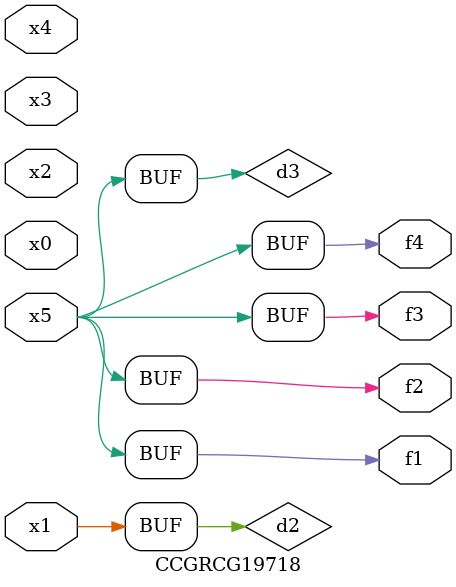
<source format=v>
module CCGRCG19718(
	input x0, x1, x2, x3, x4, x5,
	output f1, f2, f3, f4
);

	wire d1, d2, d3;

	not (d1, x5);
	or (d2, x1);
	xnor (d3, d1);
	assign f1 = d3;
	assign f2 = d3;
	assign f3 = d3;
	assign f4 = d3;
endmodule

</source>
